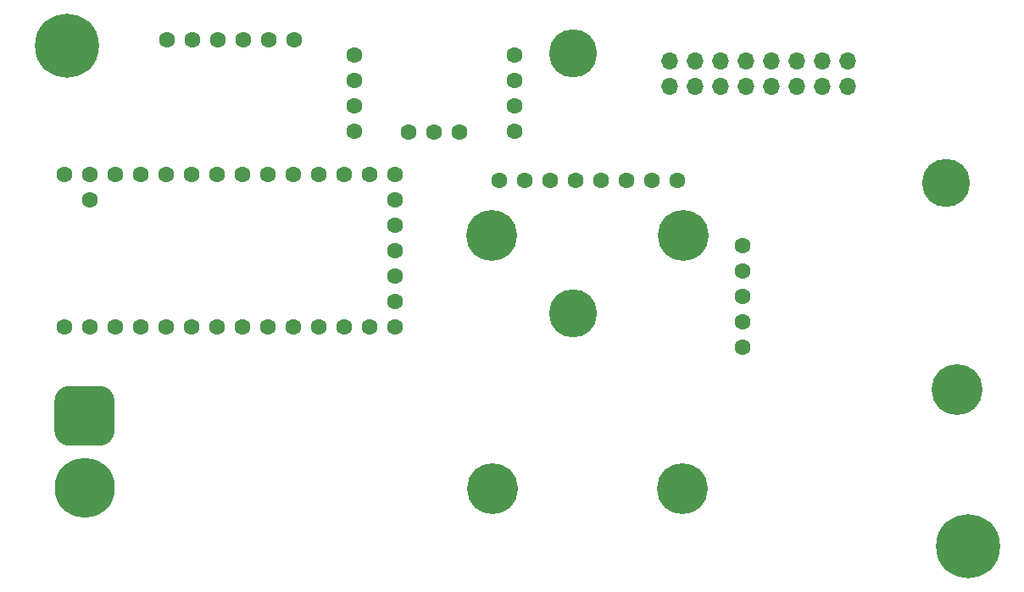
<source format=gbr>
%TF.GenerationSoftware,KiCad,Pcbnew,5.1.10-88a1d61d58~88~ubuntu18.04.1*%
%TF.CreationDate,2021-05-26T16:46:43+10:00*%
%TF.ProjectId,prototype_rocket_fc,70726f74-6f74-4797-9065-5f726f636b65,rev?*%
%TF.SameCoordinates,Original*%
%TF.FileFunction,Soldermask,Bot*%
%TF.FilePolarity,Negative*%
%FSLAX46Y46*%
G04 Gerber Fmt 4.6, Leading zero omitted, Abs format (unit mm)*
G04 Created by KiCad (PCBNEW 5.1.10-88a1d61d58~88~ubuntu18.04.1) date 2021-05-26 16:46:43*
%MOMM*%
%LPD*%
G01*
G04 APERTURE LIST*
%ADD10C,1.600000*%
%ADD11O,1.700000X1.700000*%
%ADD12C,4.800000*%
%ADD13C,0.800000*%
%ADD14C,6.400000*%
%ADD15C,5.080000*%
%ADD16C,6.000000*%
G04 APERTURE END LIST*
D10*
%TO.C,U2*%
X72760000Y-60500000D03*
X72760000Y-57960000D03*
X72760000Y-55420000D03*
X72760000Y-52880000D03*
X72760000Y-63040000D03*
X72760000Y-65580000D03*
X72760000Y-68120000D03*
X70220000Y-52880000D03*
X67680000Y-52880000D03*
X65140000Y-52880000D03*
X62600000Y-52880000D03*
X60060000Y-52880000D03*
X57520000Y-52880000D03*
X54980000Y-52880000D03*
X52440000Y-52880000D03*
X49900000Y-52880000D03*
X47360000Y-52880000D03*
X44820000Y-52880000D03*
X42280000Y-52880000D03*
X39740000Y-52880000D03*
X42280000Y-55420000D03*
X70220000Y-68120000D03*
X67680000Y-68120000D03*
X65140000Y-68120000D03*
X62600000Y-68120000D03*
X60060000Y-68120000D03*
X57520000Y-68120000D03*
X54980000Y-68120000D03*
X52440000Y-68120000D03*
X49900000Y-68120000D03*
X47360000Y-68120000D03*
X44820000Y-68120000D03*
X42280000Y-68120000D03*
X39740000Y-68120000D03*
%TD*%
D11*
%TO.C,U9*%
X100170000Y-44040000D03*
X100170000Y-41500000D03*
X112870000Y-44040000D03*
X115410000Y-44040000D03*
X102710000Y-44040000D03*
X105250000Y-41500000D03*
X110330000Y-41500000D03*
X115410000Y-41500000D03*
X117950000Y-44040000D03*
X107790000Y-44040000D03*
X110330000Y-44040000D03*
X117950000Y-41500000D03*
X107790000Y-41500000D03*
X112870000Y-41500000D03*
X105250000Y-44040000D03*
X102710000Y-41500000D03*
%TD*%
D12*
%TO.C,U8*%
X90590000Y-66750000D03*
X90590000Y-40750000D03*
X127780000Y-53750000D03*
%TD*%
D13*
%TO.C,H2*%
X131697056Y-88302944D03*
X130000000Y-87600000D03*
X128302944Y-88302944D03*
X127600000Y-90000000D03*
X128302944Y-91697056D03*
X130000000Y-92400000D03*
X131697056Y-91697056D03*
X132400000Y-90000000D03*
D14*
X130000000Y-90000000D03*
%TD*%
D13*
%TO.C,H1*%
X41697056Y-38302944D03*
X40000000Y-37600000D03*
X38302944Y-38302944D03*
X37600000Y-40000000D03*
X38302944Y-41697056D03*
X40000000Y-42400000D03*
X41697056Y-41697056D03*
X42400000Y-40000000D03*
D14*
X40000000Y-40000000D03*
%TD*%
D10*
%TO.C,U1*%
X98435000Y-53460000D03*
X100975000Y-53460000D03*
X93355000Y-53460000D03*
X95895000Y-53460000D03*
X88275000Y-53460000D03*
X90815000Y-53460000D03*
X83195000Y-53460000D03*
X85735000Y-53460000D03*
D15*
X101475000Y-84270000D03*
X82525000Y-84270000D03*
X101575000Y-58930000D03*
X82425000Y-58930000D03*
%TD*%
D10*
%TO.C,U3*%
X50000000Y-39390000D03*
X52540000Y-39390000D03*
X55080000Y-39390000D03*
X57620000Y-39390000D03*
X60160000Y-39390000D03*
X62700000Y-39390000D03*
%TD*%
%TO.C,U4*%
X107480000Y-59980000D03*
X107480000Y-67600000D03*
X107480000Y-62520000D03*
X107480000Y-65060000D03*
X107480000Y-70140000D03*
D15*
X128940000Y-74360000D03*
%TD*%
D10*
%TO.C,U5*%
X68730000Y-40970000D03*
X68730000Y-43510000D03*
X68730000Y-46050000D03*
X68730000Y-48590000D03*
X84670000Y-40970000D03*
X84670000Y-43510000D03*
X84670000Y-46050000D03*
X84670000Y-48590000D03*
X74160000Y-48640000D03*
X76700000Y-48640000D03*
X79240000Y-48640000D03*
%TD*%
D16*
%TO.C,J1*%
X41750000Y-84200000D03*
G36*
G01*
X40250000Y-74000000D02*
X43250000Y-74000000D01*
G75*
G02*
X44750000Y-75500000I0J-1500000D01*
G01*
X44750000Y-78500000D01*
G75*
G02*
X43250000Y-80000000I-1500000J0D01*
G01*
X40250000Y-80000000D01*
G75*
G02*
X38750000Y-78500000I0J1500000D01*
G01*
X38750000Y-75500000D01*
G75*
G02*
X40250000Y-74000000I1500000J0D01*
G01*
G37*
%TD*%
M02*

</source>
